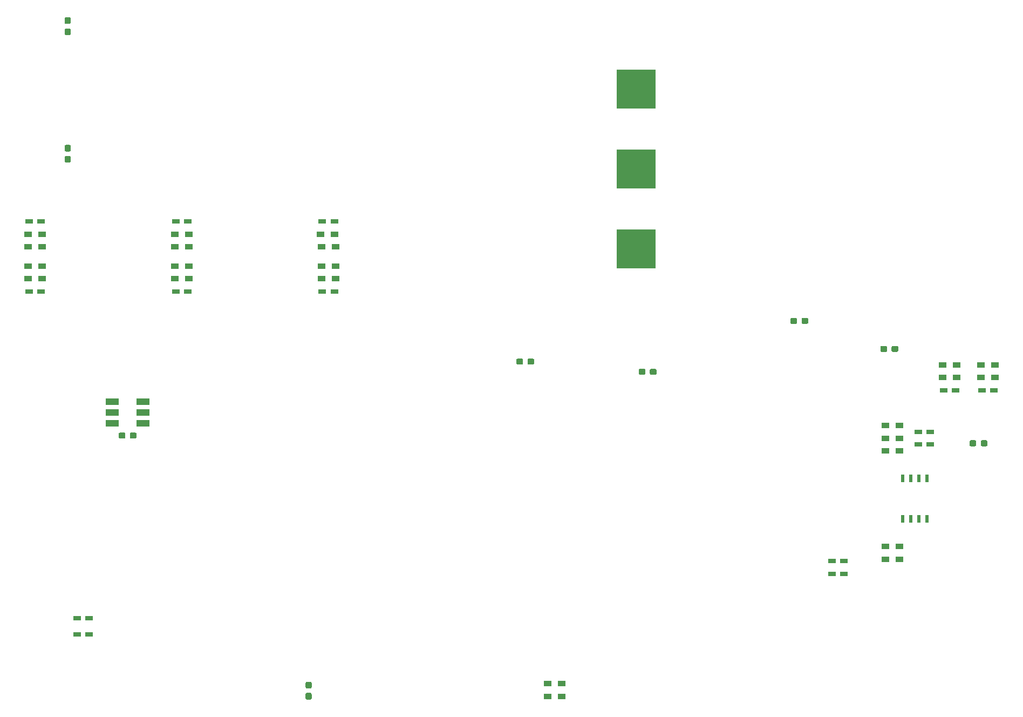
<source format=gbr>
G04 #@! TF.GenerationSoftware,KiCad,Pcbnew,5.1.2-f72e74a~84~ubuntu18.04.1*
G04 #@! TF.CreationDate,2019-07-06T16:20:52-06:00*
G04 #@! TF.ProjectId,colordance_mini,636f6c6f-7264-4616-9e63-655f6d696e69,rev?*
G04 #@! TF.SameCoordinates,Original*
G04 #@! TF.FileFunction,Paste,Bot*
G04 #@! TF.FilePolarity,Positive*
%FSLAX46Y46*%
G04 Gerber Fmt 4.6, Leading zero omitted, Abs format (unit mm)*
G04 Created by KiCad (PCBNEW 5.1.2-f72e74a~84~ubuntu18.04.1) date 2019-07-06 16:20:52*
%MOMM*%
%LPD*%
G04 APERTURE LIST*
%ADD10R,1.200000X0.750000*%
%ADD11R,2.000000X1.100000*%
%ADD12R,1.200000X0.900000*%
%ADD13R,0.508000X1.143000*%
%ADD14R,6.068060X6.068060*%
%ADD15C,0.100000*%
%ADD16C,0.950000*%
G04 APERTURE END LIST*
D10*
X29550000Y-97000000D03*
X31450000Y-97000000D03*
X52550000Y-97000000D03*
X54450000Y-97000000D03*
X29550000Y-86000000D03*
X31450000Y-86000000D03*
X52550000Y-86000000D03*
X54450000Y-86000000D03*
X75550000Y-97000000D03*
X77450000Y-97000000D03*
X173050000Y-112500000D03*
X174950000Y-112500000D03*
X157434588Y-139277576D03*
X155534588Y-139277576D03*
X157434588Y-141277576D03*
X155534588Y-141277576D03*
X75550000Y-86000000D03*
X77450000Y-86000000D03*
X179050000Y-112500000D03*
X180950000Y-112500000D03*
X170950000Y-121000000D03*
X169050000Y-121000000D03*
X170950000Y-119000000D03*
X169050000Y-119000000D03*
D11*
X42600000Y-114299999D03*
X42600002Y-116000000D03*
X42600000Y-117700000D03*
X47400000Y-117700001D03*
X47399998Y-116000000D03*
X47400000Y-114300000D03*
D12*
X166100000Y-122000000D03*
X163900000Y-122000000D03*
X163900000Y-139000000D03*
X166100000Y-139000000D03*
X163900000Y-120000000D03*
X166100000Y-120000000D03*
X31600000Y-95000000D03*
X29400000Y-95000000D03*
X54600000Y-95000000D03*
X52400000Y-95000000D03*
X29400000Y-93000000D03*
X31600000Y-93000000D03*
X52400000Y-93000000D03*
X54600000Y-93000000D03*
X29400000Y-90000000D03*
X31600000Y-90000000D03*
X52400000Y-90000000D03*
X54600000Y-90000000D03*
X29400000Y-88000000D03*
X31600000Y-88000000D03*
X52400000Y-88000000D03*
X54600000Y-88000000D03*
X77600000Y-95000000D03*
X75400000Y-95000000D03*
X175100000Y-110500000D03*
X172900000Y-110500000D03*
X75400000Y-93000000D03*
X77600000Y-93000000D03*
X172900000Y-108500000D03*
X175100000Y-108500000D03*
X75400000Y-90000000D03*
X77600000Y-90000000D03*
X178900000Y-108500000D03*
X181100000Y-108500000D03*
X75300000Y-88000000D03*
X77500000Y-88000000D03*
X178900000Y-110500000D03*
X181100000Y-110500000D03*
X166100000Y-137000000D03*
X163900000Y-137000000D03*
X163900000Y-118000000D03*
X166100000Y-118000000D03*
X110900000Y-158500000D03*
X113100000Y-158500000D03*
X110900000Y-160500000D03*
X113100000Y-160500000D03*
D10*
X38983814Y-148240702D03*
X37083814Y-148240702D03*
X38983814Y-150740702D03*
X37083814Y-150740702D03*
D13*
X166595000Y-132675000D03*
X167865000Y-132675000D03*
X169135000Y-132675000D03*
X170405000Y-132675000D03*
X170405000Y-126325000D03*
X169135000Y-126325000D03*
X167865000Y-126325000D03*
X166595000Y-126325000D03*
D14*
X124800000Y-90299340D03*
X124800000Y-77800000D03*
X124800000Y-65300660D03*
D15*
G36*
X108585779Y-107526144D02*
G01*
X108608834Y-107529563D01*
X108631443Y-107535227D01*
X108653387Y-107543079D01*
X108674457Y-107553044D01*
X108694448Y-107565026D01*
X108713168Y-107578910D01*
X108730438Y-107594562D01*
X108746090Y-107611832D01*
X108759974Y-107630552D01*
X108771956Y-107650543D01*
X108781921Y-107671613D01*
X108789773Y-107693557D01*
X108795437Y-107716166D01*
X108798856Y-107739221D01*
X108800000Y-107762500D01*
X108800000Y-108237500D01*
X108798856Y-108260779D01*
X108795437Y-108283834D01*
X108789773Y-108306443D01*
X108781921Y-108328387D01*
X108771956Y-108349457D01*
X108759974Y-108369448D01*
X108746090Y-108388168D01*
X108730438Y-108405438D01*
X108713168Y-108421090D01*
X108694448Y-108434974D01*
X108674457Y-108446956D01*
X108653387Y-108456921D01*
X108631443Y-108464773D01*
X108608834Y-108470437D01*
X108585779Y-108473856D01*
X108562500Y-108475000D01*
X107987500Y-108475000D01*
X107964221Y-108473856D01*
X107941166Y-108470437D01*
X107918557Y-108464773D01*
X107896613Y-108456921D01*
X107875543Y-108446956D01*
X107855552Y-108434974D01*
X107836832Y-108421090D01*
X107819562Y-108405438D01*
X107803910Y-108388168D01*
X107790026Y-108369448D01*
X107778044Y-108349457D01*
X107768079Y-108328387D01*
X107760227Y-108306443D01*
X107754563Y-108283834D01*
X107751144Y-108260779D01*
X107750000Y-108237500D01*
X107750000Y-107762500D01*
X107751144Y-107739221D01*
X107754563Y-107716166D01*
X107760227Y-107693557D01*
X107768079Y-107671613D01*
X107778044Y-107650543D01*
X107790026Y-107630552D01*
X107803910Y-107611832D01*
X107819562Y-107594562D01*
X107836832Y-107578910D01*
X107855552Y-107565026D01*
X107875543Y-107553044D01*
X107896613Y-107543079D01*
X107918557Y-107535227D01*
X107941166Y-107529563D01*
X107964221Y-107526144D01*
X107987500Y-107525000D01*
X108562500Y-107525000D01*
X108585779Y-107526144D01*
X108585779Y-107526144D01*
G37*
D16*
X108275000Y-108000000D03*
D15*
G36*
X106835779Y-107526144D02*
G01*
X106858834Y-107529563D01*
X106881443Y-107535227D01*
X106903387Y-107543079D01*
X106924457Y-107553044D01*
X106944448Y-107565026D01*
X106963168Y-107578910D01*
X106980438Y-107594562D01*
X106996090Y-107611832D01*
X107009974Y-107630552D01*
X107021956Y-107650543D01*
X107031921Y-107671613D01*
X107039773Y-107693557D01*
X107045437Y-107716166D01*
X107048856Y-107739221D01*
X107050000Y-107762500D01*
X107050000Y-108237500D01*
X107048856Y-108260779D01*
X107045437Y-108283834D01*
X107039773Y-108306443D01*
X107031921Y-108328387D01*
X107021956Y-108349457D01*
X107009974Y-108369448D01*
X106996090Y-108388168D01*
X106980438Y-108405438D01*
X106963168Y-108421090D01*
X106944448Y-108434974D01*
X106924457Y-108446956D01*
X106903387Y-108456921D01*
X106881443Y-108464773D01*
X106858834Y-108470437D01*
X106835779Y-108473856D01*
X106812500Y-108475000D01*
X106237500Y-108475000D01*
X106214221Y-108473856D01*
X106191166Y-108470437D01*
X106168557Y-108464773D01*
X106146613Y-108456921D01*
X106125543Y-108446956D01*
X106105552Y-108434974D01*
X106086832Y-108421090D01*
X106069562Y-108405438D01*
X106053910Y-108388168D01*
X106040026Y-108369448D01*
X106028044Y-108349457D01*
X106018079Y-108328387D01*
X106010227Y-108306443D01*
X106004563Y-108283834D01*
X106001144Y-108260779D01*
X106000000Y-108237500D01*
X106000000Y-107762500D01*
X106001144Y-107739221D01*
X106004563Y-107716166D01*
X106010227Y-107693557D01*
X106018079Y-107671613D01*
X106028044Y-107650543D01*
X106040026Y-107630552D01*
X106053910Y-107611832D01*
X106069562Y-107594562D01*
X106086832Y-107578910D01*
X106105552Y-107565026D01*
X106125543Y-107553044D01*
X106146613Y-107543079D01*
X106168557Y-107535227D01*
X106191166Y-107529563D01*
X106214221Y-107526144D01*
X106237500Y-107525000D01*
X106812500Y-107525000D01*
X106835779Y-107526144D01*
X106835779Y-107526144D01*
G37*
D16*
X106525000Y-108000000D03*
D15*
G36*
X127785779Y-109126144D02*
G01*
X127808834Y-109129563D01*
X127831443Y-109135227D01*
X127853387Y-109143079D01*
X127874457Y-109153044D01*
X127894448Y-109165026D01*
X127913168Y-109178910D01*
X127930438Y-109194562D01*
X127946090Y-109211832D01*
X127959974Y-109230552D01*
X127971956Y-109250543D01*
X127981921Y-109271613D01*
X127989773Y-109293557D01*
X127995437Y-109316166D01*
X127998856Y-109339221D01*
X128000000Y-109362500D01*
X128000000Y-109837500D01*
X127998856Y-109860779D01*
X127995437Y-109883834D01*
X127989773Y-109906443D01*
X127981921Y-109928387D01*
X127971956Y-109949457D01*
X127959974Y-109969448D01*
X127946090Y-109988168D01*
X127930438Y-110005438D01*
X127913168Y-110021090D01*
X127894448Y-110034974D01*
X127874457Y-110046956D01*
X127853387Y-110056921D01*
X127831443Y-110064773D01*
X127808834Y-110070437D01*
X127785779Y-110073856D01*
X127762500Y-110075000D01*
X127187500Y-110075000D01*
X127164221Y-110073856D01*
X127141166Y-110070437D01*
X127118557Y-110064773D01*
X127096613Y-110056921D01*
X127075543Y-110046956D01*
X127055552Y-110034974D01*
X127036832Y-110021090D01*
X127019562Y-110005438D01*
X127003910Y-109988168D01*
X126990026Y-109969448D01*
X126978044Y-109949457D01*
X126968079Y-109928387D01*
X126960227Y-109906443D01*
X126954563Y-109883834D01*
X126951144Y-109860779D01*
X126950000Y-109837500D01*
X126950000Y-109362500D01*
X126951144Y-109339221D01*
X126954563Y-109316166D01*
X126960227Y-109293557D01*
X126968079Y-109271613D01*
X126978044Y-109250543D01*
X126990026Y-109230552D01*
X127003910Y-109211832D01*
X127019562Y-109194562D01*
X127036832Y-109178910D01*
X127055552Y-109165026D01*
X127075543Y-109153044D01*
X127096613Y-109143079D01*
X127118557Y-109135227D01*
X127141166Y-109129563D01*
X127164221Y-109126144D01*
X127187500Y-109125000D01*
X127762500Y-109125000D01*
X127785779Y-109126144D01*
X127785779Y-109126144D01*
G37*
D16*
X127475000Y-109600000D03*
D15*
G36*
X126035779Y-109126144D02*
G01*
X126058834Y-109129563D01*
X126081443Y-109135227D01*
X126103387Y-109143079D01*
X126124457Y-109153044D01*
X126144448Y-109165026D01*
X126163168Y-109178910D01*
X126180438Y-109194562D01*
X126196090Y-109211832D01*
X126209974Y-109230552D01*
X126221956Y-109250543D01*
X126231921Y-109271613D01*
X126239773Y-109293557D01*
X126245437Y-109316166D01*
X126248856Y-109339221D01*
X126250000Y-109362500D01*
X126250000Y-109837500D01*
X126248856Y-109860779D01*
X126245437Y-109883834D01*
X126239773Y-109906443D01*
X126231921Y-109928387D01*
X126221956Y-109949457D01*
X126209974Y-109969448D01*
X126196090Y-109988168D01*
X126180438Y-110005438D01*
X126163168Y-110021090D01*
X126144448Y-110034974D01*
X126124457Y-110046956D01*
X126103387Y-110056921D01*
X126081443Y-110064773D01*
X126058834Y-110070437D01*
X126035779Y-110073856D01*
X126012500Y-110075000D01*
X125437500Y-110075000D01*
X125414221Y-110073856D01*
X125391166Y-110070437D01*
X125368557Y-110064773D01*
X125346613Y-110056921D01*
X125325543Y-110046956D01*
X125305552Y-110034974D01*
X125286832Y-110021090D01*
X125269562Y-110005438D01*
X125253910Y-109988168D01*
X125240026Y-109969448D01*
X125228044Y-109949457D01*
X125218079Y-109928387D01*
X125210227Y-109906443D01*
X125204563Y-109883834D01*
X125201144Y-109860779D01*
X125200000Y-109837500D01*
X125200000Y-109362500D01*
X125201144Y-109339221D01*
X125204563Y-109316166D01*
X125210227Y-109293557D01*
X125218079Y-109271613D01*
X125228044Y-109250543D01*
X125240026Y-109230552D01*
X125253910Y-109211832D01*
X125269562Y-109194562D01*
X125286832Y-109178910D01*
X125305552Y-109165026D01*
X125325543Y-109153044D01*
X125346613Y-109143079D01*
X125368557Y-109135227D01*
X125391166Y-109129563D01*
X125414221Y-109126144D01*
X125437500Y-109125000D01*
X126012500Y-109125000D01*
X126035779Y-109126144D01*
X126035779Y-109126144D01*
G37*
D16*
X125725000Y-109600000D03*
D15*
G36*
X35860779Y-54001144D02*
G01*
X35883834Y-54004563D01*
X35906443Y-54010227D01*
X35928387Y-54018079D01*
X35949457Y-54028044D01*
X35969448Y-54040026D01*
X35988168Y-54053910D01*
X36005438Y-54069562D01*
X36021090Y-54086832D01*
X36034974Y-54105552D01*
X36046956Y-54125543D01*
X36056921Y-54146613D01*
X36064773Y-54168557D01*
X36070437Y-54191166D01*
X36073856Y-54214221D01*
X36075000Y-54237500D01*
X36075000Y-54812500D01*
X36073856Y-54835779D01*
X36070437Y-54858834D01*
X36064773Y-54881443D01*
X36056921Y-54903387D01*
X36046956Y-54924457D01*
X36034974Y-54944448D01*
X36021090Y-54963168D01*
X36005438Y-54980438D01*
X35988168Y-54996090D01*
X35969448Y-55009974D01*
X35949457Y-55021956D01*
X35928387Y-55031921D01*
X35906443Y-55039773D01*
X35883834Y-55045437D01*
X35860779Y-55048856D01*
X35837500Y-55050000D01*
X35362500Y-55050000D01*
X35339221Y-55048856D01*
X35316166Y-55045437D01*
X35293557Y-55039773D01*
X35271613Y-55031921D01*
X35250543Y-55021956D01*
X35230552Y-55009974D01*
X35211832Y-54996090D01*
X35194562Y-54980438D01*
X35178910Y-54963168D01*
X35165026Y-54944448D01*
X35153044Y-54924457D01*
X35143079Y-54903387D01*
X35135227Y-54881443D01*
X35129563Y-54858834D01*
X35126144Y-54835779D01*
X35125000Y-54812500D01*
X35125000Y-54237500D01*
X35126144Y-54214221D01*
X35129563Y-54191166D01*
X35135227Y-54168557D01*
X35143079Y-54146613D01*
X35153044Y-54125543D01*
X35165026Y-54105552D01*
X35178910Y-54086832D01*
X35194562Y-54069562D01*
X35211832Y-54053910D01*
X35230552Y-54040026D01*
X35250543Y-54028044D01*
X35271613Y-54018079D01*
X35293557Y-54010227D01*
X35316166Y-54004563D01*
X35339221Y-54001144D01*
X35362500Y-54000000D01*
X35837500Y-54000000D01*
X35860779Y-54001144D01*
X35860779Y-54001144D01*
G37*
D16*
X35600000Y-54525000D03*
D15*
G36*
X35860779Y-55751144D02*
G01*
X35883834Y-55754563D01*
X35906443Y-55760227D01*
X35928387Y-55768079D01*
X35949457Y-55778044D01*
X35969448Y-55790026D01*
X35988168Y-55803910D01*
X36005438Y-55819562D01*
X36021090Y-55836832D01*
X36034974Y-55855552D01*
X36046956Y-55875543D01*
X36056921Y-55896613D01*
X36064773Y-55918557D01*
X36070437Y-55941166D01*
X36073856Y-55964221D01*
X36075000Y-55987500D01*
X36075000Y-56562500D01*
X36073856Y-56585779D01*
X36070437Y-56608834D01*
X36064773Y-56631443D01*
X36056921Y-56653387D01*
X36046956Y-56674457D01*
X36034974Y-56694448D01*
X36021090Y-56713168D01*
X36005438Y-56730438D01*
X35988168Y-56746090D01*
X35969448Y-56759974D01*
X35949457Y-56771956D01*
X35928387Y-56781921D01*
X35906443Y-56789773D01*
X35883834Y-56795437D01*
X35860779Y-56798856D01*
X35837500Y-56800000D01*
X35362500Y-56800000D01*
X35339221Y-56798856D01*
X35316166Y-56795437D01*
X35293557Y-56789773D01*
X35271613Y-56781921D01*
X35250543Y-56771956D01*
X35230552Y-56759974D01*
X35211832Y-56746090D01*
X35194562Y-56730438D01*
X35178910Y-56713168D01*
X35165026Y-56694448D01*
X35153044Y-56674457D01*
X35143079Y-56653387D01*
X35135227Y-56631443D01*
X35129563Y-56608834D01*
X35126144Y-56585779D01*
X35125000Y-56562500D01*
X35125000Y-55987500D01*
X35126144Y-55964221D01*
X35129563Y-55941166D01*
X35135227Y-55918557D01*
X35143079Y-55896613D01*
X35153044Y-55875543D01*
X35165026Y-55855552D01*
X35178910Y-55836832D01*
X35194562Y-55819562D01*
X35211832Y-55803910D01*
X35230552Y-55790026D01*
X35250543Y-55778044D01*
X35271613Y-55768079D01*
X35293557Y-55760227D01*
X35316166Y-55754563D01*
X35339221Y-55751144D01*
X35362500Y-55750000D01*
X35837500Y-55750000D01*
X35860779Y-55751144D01*
X35860779Y-55751144D01*
G37*
D16*
X35600000Y-56275000D03*
D15*
G36*
X35860779Y-75751144D02*
G01*
X35883834Y-75754563D01*
X35906443Y-75760227D01*
X35928387Y-75768079D01*
X35949457Y-75778044D01*
X35969448Y-75790026D01*
X35988168Y-75803910D01*
X36005438Y-75819562D01*
X36021090Y-75836832D01*
X36034974Y-75855552D01*
X36046956Y-75875543D01*
X36056921Y-75896613D01*
X36064773Y-75918557D01*
X36070437Y-75941166D01*
X36073856Y-75964221D01*
X36075000Y-75987500D01*
X36075000Y-76562500D01*
X36073856Y-76585779D01*
X36070437Y-76608834D01*
X36064773Y-76631443D01*
X36056921Y-76653387D01*
X36046956Y-76674457D01*
X36034974Y-76694448D01*
X36021090Y-76713168D01*
X36005438Y-76730438D01*
X35988168Y-76746090D01*
X35969448Y-76759974D01*
X35949457Y-76771956D01*
X35928387Y-76781921D01*
X35906443Y-76789773D01*
X35883834Y-76795437D01*
X35860779Y-76798856D01*
X35837500Y-76800000D01*
X35362500Y-76800000D01*
X35339221Y-76798856D01*
X35316166Y-76795437D01*
X35293557Y-76789773D01*
X35271613Y-76781921D01*
X35250543Y-76771956D01*
X35230552Y-76759974D01*
X35211832Y-76746090D01*
X35194562Y-76730438D01*
X35178910Y-76713168D01*
X35165026Y-76694448D01*
X35153044Y-76674457D01*
X35143079Y-76653387D01*
X35135227Y-76631443D01*
X35129563Y-76608834D01*
X35126144Y-76585779D01*
X35125000Y-76562500D01*
X35125000Y-75987500D01*
X35126144Y-75964221D01*
X35129563Y-75941166D01*
X35135227Y-75918557D01*
X35143079Y-75896613D01*
X35153044Y-75875543D01*
X35165026Y-75855552D01*
X35178910Y-75836832D01*
X35194562Y-75819562D01*
X35211832Y-75803910D01*
X35230552Y-75790026D01*
X35250543Y-75778044D01*
X35271613Y-75768079D01*
X35293557Y-75760227D01*
X35316166Y-75754563D01*
X35339221Y-75751144D01*
X35362500Y-75750000D01*
X35837500Y-75750000D01*
X35860779Y-75751144D01*
X35860779Y-75751144D01*
G37*
D16*
X35600000Y-76275000D03*
D15*
G36*
X35860779Y-74001144D02*
G01*
X35883834Y-74004563D01*
X35906443Y-74010227D01*
X35928387Y-74018079D01*
X35949457Y-74028044D01*
X35969448Y-74040026D01*
X35988168Y-74053910D01*
X36005438Y-74069562D01*
X36021090Y-74086832D01*
X36034974Y-74105552D01*
X36046956Y-74125543D01*
X36056921Y-74146613D01*
X36064773Y-74168557D01*
X36070437Y-74191166D01*
X36073856Y-74214221D01*
X36075000Y-74237500D01*
X36075000Y-74812500D01*
X36073856Y-74835779D01*
X36070437Y-74858834D01*
X36064773Y-74881443D01*
X36056921Y-74903387D01*
X36046956Y-74924457D01*
X36034974Y-74944448D01*
X36021090Y-74963168D01*
X36005438Y-74980438D01*
X35988168Y-74996090D01*
X35969448Y-75009974D01*
X35949457Y-75021956D01*
X35928387Y-75031921D01*
X35906443Y-75039773D01*
X35883834Y-75045437D01*
X35860779Y-75048856D01*
X35837500Y-75050000D01*
X35362500Y-75050000D01*
X35339221Y-75048856D01*
X35316166Y-75045437D01*
X35293557Y-75039773D01*
X35271613Y-75031921D01*
X35250543Y-75021956D01*
X35230552Y-75009974D01*
X35211832Y-74996090D01*
X35194562Y-74980438D01*
X35178910Y-74963168D01*
X35165026Y-74944448D01*
X35153044Y-74924457D01*
X35143079Y-74903387D01*
X35135227Y-74881443D01*
X35129563Y-74858834D01*
X35126144Y-74835779D01*
X35125000Y-74812500D01*
X35125000Y-74237500D01*
X35126144Y-74214221D01*
X35129563Y-74191166D01*
X35135227Y-74168557D01*
X35143079Y-74146613D01*
X35153044Y-74125543D01*
X35165026Y-74105552D01*
X35178910Y-74086832D01*
X35194562Y-74069562D01*
X35211832Y-74053910D01*
X35230552Y-74040026D01*
X35250543Y-74028044D01*
X35271613Y-74018079D01*
X35293557Y-74010227D01*
X35316166Y-74004563D01*
X35339221Y-74001144D01*
X35362500Y-74000000D01*
X35837500Y-74000000D01*
X35860779Y-74001144D01*
X35860779Y-74001144D01*
G37*
D16*
X35600000Y-74525000D03*
D15*
G36*
X151585779Y-101126144D02*
G01*
X151608834Y-101129563D01*
X151631443Y-101135227D01*
X151653387Y-101143079D01*
X151674457Y-101153044D01*
X151694448Y-101165026D01*
X151713168Y-101178910D01*
X151730438Y-101194562D01*
X151746090Y-101211832D01*
X151759974Y-101230552D01*
X151771956Y-101250543D01*
X151781921Y-101271613D01*
X151789773Y-101293557D01*
X151795437Y-101316166D01*
X151798856Y-101339221D01*
X151800000Y-101362500D01*
X151800000Y-101837500D01*
X151798856Y-101860779D01*
X151795437Y-101883834D01*
X151789773Y-101906443D01*
X151781921Y-101928387D01*
X151771956Y-101949457D01*
X151759974Y-101969448D01*
X151746090Y-101988168D01*
X151730438Y-102005438D01*
X151713168Y-102021090D01*
X151694448Y-102034974D01*
X151674457Y-102046956D01*
X151653387Y-102056921D01*
X151631443Y-102064773D01*
X151608834Y-102070437D01*
X151585779Y-102073856D01*
X151562500Y-102075000D01*
X150987500Y-102075000D01*
X150964221Y-102073856D01*
X150941166Y-102070437D01*
X150918557Y-102064773D01*
X150896613Y-102056921D01*
X150875543Y-102046956D01*
X150855552Y-102034974D01*
X150836832Y-102021090D01*
X150819562Y-102005438D01*
X150803910Y-101988168D01*
X150790026Y-101969448D01*
X150778044Y-101949457D01*
X150768079Y-101928387D01*
X150760227Y-101906443D01*
X150754563Y-101883834D01*
X150751144Y-101860779D01*
X150750000Y-101837500D01*
X150750000Y-101362500D01*
X150751144Y-101339221D01*
X150754563Y-101316166D01*
X150760227Y-101293557D01*
X150768079Y-101271613D01*
X150778044Y-101250543D01*
X150790026Y-101230552D01*
X150803910Y-101211832D01*
X150819562Y-101194562D01*
X150836832Y-101178910D01*
X150855552Y-101165026D01*
X150875543Y-101153044D01*
X150896613Y-101143079D01*
X150918557Y-101135227D01*
X150941166Y-101129563D01*
X150964221Y-101126144D01*
X150987500Y-101125000D01*
X151562500Y-101125000D01*
X151585779Y-101126144D01*
X151585779Y-101126144D01*
G37*
D16*
X151275000Y-101600000D03*
D15*
G36*
X149835779Y-101126144D02*
G01*
X149858834Y-101129563D01*
X149881443Y-101135227D01*
X149903387Y-101143079D01*
X149924457Y-101153044D01*
X149944448Y-101165026D01*
X149963168Y-101178910D01*
X149980438Y-101194562D01*
X149996090Y-101211832D01*
X150009974Y-101230552D01*
X150021956Y-101250543D01*
X150031921Y-101271613D01*
X150039773Y-101293557D01*
X150045437Y-101316166D01*
X150048856Y-101339221D01*
X150050000Y-101362500D01*
X150050000Y-101837500D01*
X150048856Y-101860779D01*
X150045437Y-101883834D01*
X150039773Y-101906443D01*
X150031921Y-101928387D01*
X150021956Y-101949457D01*
X150009974Y-101969448D01*
X149996090Y-101988168D01*
X149980438Y-102005438D01*
X149963168Y-102021090D01*
X149944448Y-102034974D01*
X149924457Y-102046956D01*
X149903387Y-102056921D01*
X149881443Y-102064773D01*
X149858834Y-102070437D01*
X149835779Y-102073856D01*
X149812500Y-102075000D01*
X149237500Y-102075000D01*
X149214221Y-102073856D01*
X149191166Y-102070437D01*
X149168557Y-102064773D01*
X149146613Y-102056921D01*
X149125543Y-102046956D01*
X149105552Y-102034974D01*
X149086832Y-102021090D01*
X149069562Y-102005438D01*
X149053910Y-101988168D01*
X149040026Y-101969448D01*
X149028044Y-101949457D01*
X149018079Y-101928387D01*
X149010227Y-101906443D01*
X149004563Y-101883834D01*
X149001144Y-101860779D01*
X149000000Y-101837500D01*
X149000000Y-101362500D01*
X149001144Y-101339221D01*
X149004563Y-101316166D01*
X149010227Y-101293557D01*
X149018079Y-101271613D01*
X149028044Y-101250543D01*
X149040026Y-101230552D01*
X149053910Y-101211832D01*
X149069562Y-101194562D01*
X149086832Y-101178910D01*
X149105552Y-101165026D01*
X149125543Y-101153044D01*
X149146613Y-101143079D01*
X149168557Y-101135227D01*
X149191166Y-101129563D01*
X149214221Y-101126144D01*
X149237500Y-101125000D01*
X149812500Y-101125000D01*
X149835779Y-101126144D01*
X149835779Y-101126144D01*
G37*
D16*
X149525000Y-101600000D03*
D15*
G36*
X163960779Y-105526144D02*
G01*
X163983834Y-105529563D01*
X164006443Y-105535227D01*
X164028387Y-105543079D01*
X164049457Y-105553044D01*
X164069448Y-105565026D01*
X164088168Y-105578910D01*
X164105438Y-105594562D01*
X164121090Y-105611832D01*
X164134974Y-105630552D01*
X164146956Y-105650543D01*
X164156921Y-105671613D01*
X164164773Y-105693557D01*
X164170437Y-105716166D01*
X164173856Y-105739221D01*
X164175000Y-105762500D01*
X164175000Y-106237500D01*
X164173856Y-106260779D01*
X164170437Y-106283834D01*
X164164773Y-106306443D01*
X164156921Y-106328387D01*
X164146956Y-106349457D01*
X164134974Y-106369448D01*
X164121090Y-106388168D01*
X164105438Y-106405438D01*
X164088168Y-106421090D01*
X164069448Y-106434974D01*
X164049457Y-106446956D01*
X164028387Y-106456921D01*
X164006443Y-106464773D01*
X163983834Y-106470437D01*
X163960779Y-106473856D01*
X163937500Y-106475000D01*
X163362500Y-106475000D01*
X163339221Y-106473856D01*
X163316166Y-106470437D01*
X163293557Y-106464773D01*
X163271613Y-106456921D01*
X163250543Y-106446956D01*
X163230552Y-106434974D01*
X163211832Y-106421090D01*
X163194562Y-106405438D01*
X163178910Y-106388168D01*
X163165026Y-106369448D01*
X163153044Y-106349457D01*
X163143079Y-106328387D01*
X163135227Y-106306443D01*
X163129563Y-106283834D01*
X163126144Y-106260779D01*
X163125000Y-106237500D01*
X163125000Y-105762500D01*
X163126144Y-105739221D01*
X163129563Y-105716166D01*
X163135227Y-105693557D01*
X163143079Y-105671613D01*
X163153044Y-105650543D01*
X163165026Y-105630552D01*
X163178910Y-105611832D01*
X163194562Y-105594562D01*
X163211832Y-105578910D01*
X163230552Y-105565026D01*
X163250543Y-105553044D01*
X163271613Y-105543079D01*
X163293557Y-105535227D01*
X163316166Y-105529563D01*
X163339221Y-105526144D01*
X163362500Y-105525000D01*
X163937500Y-105525000D01*
X163960779Y-105526144D01*
X163960779Y-105526144D01*
G37*
D16*
X163650000Y-106000000D03*
D15*
G36*
X165710779Y-105526144D02*
G01*
X165733834Y-105529563D01*
X165756443Y-105535227D01*
X165778387Y-105543079D01*
X165799457Y-105553044D01*
X165819448Y-105565026D01*
X165838168Y-105578910D01*
X165855438Y-105594562D01*
X165871090Y-105611832D01*
X165884974Y-105630552D01*
X165896956Y-105650543D01*
X165906921Y-105671613D01*
X165914773Y-105693557D01*
X165920437Y-105716166D01*
X165923856Y-105739221D01*
X165925000Y-105762500D01*
X165925000Y-106237500D01*
X165923856Y-106260779D01*
X165920437Y-106283834D01*
X165914773Y-106306443D01*
X165906921Y-106328387D01*
X165896956Y-106349457D01*
X165884974Y-106369448D01*
X165871090Y-106388168D01*
X165855438Y-106405438D01*
X165838168Y-106421090D01*
X165819448Y-106434974D01*
X165799457Y-106446956D01*
X165778387Y-106456921D01*
X165756443Y-106464773D01*
X165733834Y-106470437D01*
X165710779Y-106473856D01*
X165687500Y-106475000D01*
X165112500Y-106475000D01*
X165089221Y-106473856D01*
X165066166Y-106470437D01*
X165043557Y-106464773D01*
X165021613Y-106456921D01*
X165000543Y-106446956D01*
X164980552Y-106434974D01*
X164961832Y-106421090D01*
X164944562Y-106405438D01*
X164928910Y-106388168D01*
X164915026Y-106369448D01*
X164903044Y-106349457D01*
X164893079Y-106328387D01*
X164885227Y-106306443D01*
X164879563Y-106283834D01*
X164876144Y-106260779D01*
X164875000Y-106237500D01*
X164875000Y-105762500D01*
X164876144Y-105739221D01*
X164879563Y-105716166D01*
X164885227Y-105693557D01*
X164893079Y-105671613D01*
X164903044Y-105650543D01*
X164915026Y-105630552D01*
X164928910Y-105611832D01*
X164944562Y-105594562D01*
X164961832Y-105578910D01*
X164980552Y-105565026D01*
X165000543Y-105553044D01*
X165021613Y-105543079D01*
X165043557Y-105535227D01*
X165066166Y-105529563D01*
X165089221Y-105526144D01*
X165112500Y-105525000D01*
X165687500Y-105525000D01*
X165710779Y-105526144D01*
X165710779Y-105526144D01*
G37*
D16*
X165400000Y-106000000D03*
D15*
G36*
X179710779Y-120326144D02*
G01*
X179733834Y-120329563D01*
X179756443Y-120335227D01*
X179778387Y-120343079D01*
X179799457Y-120353044D01*
X179819448Y-120365026D01*
X179838168Y-120378910D01*
X179855438Y-120394562D01*
X179871090Y-120411832D01*
X179884974Y-120430552D01*
X179896956Y-120450543D01*
X179906921Y-120471613D01*
X179914773Y-120493557D01*
X179920437Y-120516166D01*
X179923856Y-120539221D01*
X179925000Y-120562500D01*
X179925000Y-121037500D01*
X179923856Y-121060779D01*
X179920437Y-121083834D01*
X179914773Y-121106443D01*
X179906921Y-121128387D01*
X179896956Y-121149457D01*
X179884974Y-121169448D01*
X179871090Y-121188168D01*
X179855438Y-121205438D01*
X179838168Y-121221090D01*
X179819448Y-121234974D01*
X179799457Y-121246956D01*
X179778387Y-121256921D01*
X179756443Y-121264773D01*
X179733834Y-121270437D01*
X179710779Y-121273856D01*
X179687500Y-121275000D01*
X179112500Y-121275000D01*
X179089221Y-121273856D01*
X179066166Y-121270437D01*
X179043557Y-121264773D01*
X179021613Y-121256921D01*
X179000543Y-121246956D01*
X178980552Y-121234974D01*
X178961832Y-121221090D01*
X178944562Y-121205438D01*
X178928910Y-121188168D01*
X178915026Y-121169448D01*
X178903044Y-121149457D01*
X178893079Y-121128387D01*
X178885227Y-121106443D01*
X178879563Y-121083834D01*
X178876144Y-121060779D01*
X178875000Y-121037500D01*
X178875000Y-120562500D01*
X178876144Y-120539221D01*
X178879563Y-120516166D01*
X178885227Y-120493557D01*
X178893079Y-120471613D01*
X178903044Y-120450543D01*
X178915026Y-120430552D01*
X178928910Y-120411832D01*
X178944562Y-120394562D01*
X178961832Y-120378910D01*
X178980552Y-120365026D01*
X179000543Y-120353044D01*
X179021613Y-120343079D01*
X179043557Y-120335227D01*
X179066166Y-120329563D01*
X179089221Y-120326144D01*
X179112500Y-120325000D01*
X179687500Y-120325000D01*
X179710779Y-120326144D01*
X179710779Y-120326144D01*
G37*
D16*
X179400000Y-120800000D03*
D15*
G36*
X177960779Y-120326144D02*
G01*
X177983834Y-120329563D01*
X178006443Y-120335227D01*
X178028387Y-120343079D01*
X178049457Y-120353044D01*
X178069448Y-120365026D01*
X178088168Y-120378910D01*
X178105438Y-120394562D01*
X178121090Y-120411832D01*
X178134974Y-120430552D01*
X178146956Y-120450543D01*
X178156921Y-120471613D01*
X178164773Y-120493557D01*
X178170437Y-120516166D01*
X178173856Y-120539221D01*
X178175000Y-120562500D01*
X178175000Y-121037500D01*
X178173856Y-121060779D01*
X178170437Y-121083834D01*
X178164773Y-121106443D01*
X178156921Y-121128387D01*
X178146956Y-121149457D01*
X178134974Y-121169448D01*
X178121090Y-121188168D01*
X178105438Y-121205438D01*
X178088168Y-121221090D01*
X178069448Y-121234974D01*
X178049457Y-121246956D01*
X178028387Y-121256921D01*
X178006443Y-121264773D01*
X177983834Y-121270437D01*
X177960779Y-121273856D01*
X177937500Y-121275000D01*
X177362500Y-121275000D01*
X177339221Y-121273856D01*
X177316166Y-121270437D01*
X177293557Y-121264773D01*
X177271613Y-121256921D01*
X177250543Y-121246956D01*
X177230552Y-121234974D01*
X177211832Y-121221090D01*
X177194562Y-121205438D01*
X177178910Y-121188168D01*
X177165026Y-121169448D01*
X177153044Y-121149457D01*
X177143079Y-121128387D01*
X177135227Y-121106443D01*
X177129563Y-121083834D01*
X177126144Y-121060779D01*
X177125000Y-121037500D01*
X177125000Y-120562500D01*
X177126144Y-120539221D01*
X177129563Y-120516166D01*
X177135227Y-120493557D01*
X177143079Y-120471613D01*
X177153044Y-120450543D01*
X177165026Y-120430552D01*
X177178910Y-120411832D01*
X177194562Y-120394562D01*
X177211832Y-120378910D01*
X177230552Y-120365026D01*
X177250543Y-120353044D01*
X177271613Y-120343079D01*
X177293557Y-120335227D01*
X177316166Y-120329563D01*
X177339221Y-120326144D01*
X177362500Y-120325000D01*
X177937500Y-120325000D01*
X177960779Y-120326144D01*
X177960779Y-120326144D01*
G37*
D16*
X177650000Y-120800000D03*
D15*
G36*
X46185779Y-119126144D02*
G01*
X46208834Y-119129563D01*
X46231443Y-119135227D01*
X46253387Y-119143079D01*
X46274457Y-119153044D01*
X46294448Y-119165026D01*
X46313168Y-119178910D01*
X46330438Y-119194562D01*
X46346090Y-119211832D01*
X46359974Y-119230552D01*
X46371956Y-119250543D01*
X46381921Y-119271613D01*
X46389773Y-119293557D01*
X46395437Y-119316166D01*
X46398856Y-119339221D01*
X46400000Y-119362500D01*
X46400000Y-119837500D01*
X46398856Y-119860779D01*
X46395437Y-119883834D01*
X46389773Y-119906443D01*
X46381921Y-119928387D01*
X46371956Y-119949457D01*
X46359974Y-119969448D01*
X46346090Y-119988168D01*
X46330438Y-120005438D01*
X46313168Y-120021090D01*
X46294448Y-120034974D01*
X46274457Y-120046956D01*
X46253387Y-120056921D01*
X46231443Y-120064773D01*
X46208834Y-120070437D01*
X46185779Y-120073856D01*
X46162500Y-120075000D01*
X45587500Y-120075000D01*
X45564221Y-120073856D01*
X45541166Y-120070437D01*
X45518557Y-120064773D01*
X45496613Y-120056921D01*
X45475543Y-120046956D01*
X45455552Y-120034974D01*
X45436832Y-120021090D01*
X45419562Y-120005438D01*
X45403910Y-119988168D01*
X45390026Y-119969448D01*
X45378044Y-119949457D01*
X45368079Y-119928387D01*
X45360227Y-119906443D01*
X45354563Y-119883834D01*
X45351144Y-119860779D01*
X45350000Y-119837500D01*
X45350000Y-119362500D01*
X45351144Y-119339221D01*
X45354563Y-119316166D01*
X45360227Y-119293557D01*
X45368079Y-119271613D01*
X45378044Y-119250543D01*
X45390026Y-119230552D01*
X45403910Y-119211832D01*
X45419562Y-119194562D01*
X45436832Y-119178910D01*
X45455552Y-119165026D01*
X45475543Y-119153044D01*
X45496613Y-119143079D01*
X45518557Y-119135227D01*
X45541166Y-119129563D01*
X45564221Y-119126144D01*
X45587500Y-119125000D01*
X46162500Y-119125000D01*
X46185779Y-119126144D01*
X46185779Y-119126144D01*
G37*
D16*
X45875000Y-119600000D03*
D15*
G36*
X44435779Y-119126144D02*
G01*
X44458834Y-119129563D01*
X44481443Y-119135227D01*
X44503387Y-119143079D01*
X44524457Y-119153044D01*
X44544448Y-119165026D01*
X44563168Y-119178910D01*
X44580438Y-119194562D01*
X44596090Y-119211832D01*
X44609974Y-119230552D01*
X44621956Y-119250543D01*
X44631921Y-119271613D01*
X44639773Y-119293557D01*
X44645437Y-119316166D01*
X44648856Y-119339221D01*
X44650000Y-119362500D01*
X44650000Y-119837500D01*
X44648856Y-119860779D01*
X44645437Y-119883834D01*
X44639773Y-119906443D01*
X44631921Y-119928387D01*
X44621956Y-119949457D01*
X44609974Y-119969448D01*
X44596090Y-119988168D01*
X44580438Y-120005438D01*
X44563168Y-120021090D01*
X44544448Y-120034974D01*
X44524457Y-120046956D01*
X44503387Y-120056921D01*
X44481443Y-120064773D01*
X44458834Y-120070437D01*
X44435779Y-120073856D01*
X44412500Y-120075000D01*
X43837500Y-120075000D01*
X43814221Y-120073856D01*
X43791166Y-120070437D01*
X43768557Y-120064773D01*
X43746613Y-120056921D01*
X43725543Y-120046956D01*
X43705552Y-120034974D01*
X43686832Y-120021090D01*
X43669562Y-120005438D01*
X43653910Y-119988168D01*
X43640026Y-119969448D01*
X43628044Y-119949457D01*
X43618079Y-119928387D01*
X43610227Y-119906443D01*
X43604563Y-119883834D01*
X43601144Y-119860779D01*
X43600000Y-119837500D01*
X43600000Y-119362500D01*
X43601144Y-119339221D01*
X43604563Y-119316166D01*
X43610227Y-119293557D01*
X43618079Y-119271613D01*
X43628044Y-119250543D01*
X43640026Y-119230552D01*
X43653910Y-119211832D01*
X43669562Y-119194562D01*
X43686832Y-119178910D01*
X43705552Y-119165026D01*
X43725543Y-119153044D01*
X43746613Y-119143079D01*
X43768557Y-119135227D01*
X43791166Y-119129563D01*
X43814221Y-119126144D01*
X43837500Y-119125000D01*
X44412500Y-119125000D01*
X44435779Y-119126144D01*
X44435779Y-119126144D01*
G37*
D16*
X44125000Y-119600000D03*
D15*
G36*
X73660779Y-158201144D02*
G01*
X73683834Y-158204563D01*
X73706443Y-158210227D01*
X73728387Y-158218079D01*
X73749457Y-158228044D01*
X73769448Y-158240026D01*
X73788168Y-158253910D01*
X73805438Y-158269562D01*
X73821090Y-158286832D01*
X73834974Y-158305552D01*
X73846956Y-158325543D01*
X73856921Y-158346613D01*
X73864773Y-158368557D01*
X73870437Y-158391166D01*
X73873856Y-158414221D01*
X73875000Y-158437500D01*
X73875000Y-159012500D01*
X73873856Y-159035779D01*
X73870437Y-159058834D01*
X73864773Y-159081443D01*
X73856921Y-159103387D01*
X73846956Y-159124457D01*
X73834974Y-159144448D01*
X73821090Y-159163168D01*
X73805438Y-159180438D01*
X73788168Y-159196090D01*
X73769448Y-159209974D01*
X73749457Y-159221956D01*
X73728387Y-159231921D01*
X73706443Y-159239773D01*
X73683834Y-159245437D01*
X73660779Y-159248856D01*
X73637500Y-159250000D01*
X73162500Y-159250000D01*
X73139221Y-159248856D01*
X73116166Y-159245437D01*
X73093557Y-159239773D01*
X73071613Y-159231921D01*
X73050543Y-159221956D01*
X73030552Y-159209974D01*
X73011832Y-159196090D01*
X72994562Y-159180438D01*
X72978910Y-159163168D01*
X72965026Y-159144448D01*
X72953044Y-159124457D01*
X72943079Y-159103387D01*
X72935227Y-159081443D01*
X72929563Y-159058834D01*
X72926144Y-159035779D01*
X72925000Y-159012500D01*
X72925000Y-158437500D01*
X72926144Y-158414221D01*
X72929563Y-158391166D01*
X72935227Y-158368557D01*
X72943079Y-158346613D01*
X72953044Y-158325543D01*
X72965026Y-158305552D01*
X72978910Y-158286832D01*
X72994562Y-158269562D01*
X73011832Y-158253910D01*
X73030552Y-158240026D01*
X73050543Y-158228044D01*
X73071613Y-158218079D01*
X73093557Y-158210227D01*
X73116166Y-158204563D01*
X73139221Y-158201144D01*
X73162500Y-158200000D01*
X73637500Y-158200000D01*
X73660779Y-158201144D01*
X73660779Y-158201144D01*
G37*
D16*
X73400000Y-158725000D03*
D15*
G36*
X73660779Y-159951144D02*
G01*
X73683834Y-159954563D01*
X73706443Y-159960227D01*
X73728387Y-159968079D01*
X73749457Y-159978044D01*
X73769448Y-159990026D01*
X73788168Y-160003910D01*
X73805438Y-160019562D01*
X73821090Y-160036832D01*
X73834974Y-160055552D01*
X73846956Y-160075543D01*
X73856921Y-160096613D01*
X73864773Y-160118557D01*
X73870437Y-160141166D01*
X73873856Y-160164221D01*
X73875000Y-160187500D01*
X73875000Y-160762500D01*
X73873856Y-160785779D01*
X73870437Y-160808834D01*
X73864773Y-160831443D01*
X73856921Y-160853387D01*
X73846956Y-160874457D01*
X73834974Y-160894448D01*
X73821090Y-160913168D01*
X73805438Y-160930438D01*
X73788168Y-160946090D01*
X73769448Y-160959974D01*
X73749457Y-160971956D01*
X73728387Y-160981921D01*
X73706443Y-160989773D01*
X73683834Y-160995437D01*
X73660779Y-160998856D01*
X73637500Y-161000000D01*
X73162500Y-161000000D01*
X73139221Y-160998856D01*
X73116166Y-160995437D01*
X73093557Y-160989773D01*
X73071613Y-160981921D01*
X73050543Y-160971956D01*
X73030552Y-160959974D01*
X73011832Y-160946090D01*
X72994562Y-160930438D01*
X72978910Y-160913168D01*
X72965026Y-160894448D01*
X72953044Y-160874457D01*
X72943079Y-160853387D01*
X72935227Y-160831443D01*
X72929563Y-160808834D01*
X72926144Y-160785779D01*
X72925000Y-160762500D01*
X72925000Y-160187500D01*
X72926144Y-160164221D01*
X72929563Y-160141166D01*
X72935227Y-160118557D01*
X72943079Y-160096613D01*
X72953044Y-160075543D01*
X72965026Y-160055552D01*
X72978910Y-160036832D01*
X72994562Y-160019562D01*
X73011832Y-160003910D01*
X73030552Y-159990026D01*
X73050543Y-159978044D01*
X73071613Y-159968079D01*
X73093557Y-159960227D01*
X73116166Y-159954563D01*
X73139221Y-159951144D01*
X73162500Y-159950000D01*
X73637500Y-159950000D01*
X73660779Y-159951144D01*
X73660779Y-159951144D01*
G37*
D16*
X73400000Y-160475000D03*
M02*

</source>
